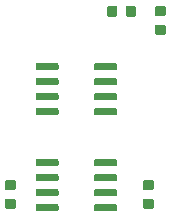
<source format=gbr>
G04 #@! TF.GenerationSoftware,KiCad,Pcbnew,5.1.2*
G04 #@! TF.CreationDate,2019-07-22T09:17:52-04:00*
G04 #@! TF.ProjectId,siot-node-current-clamp,73696f74-2d6e-46f6-9465-2d6375727265,rev?*
G04 #@! TF.SameCoordinates,Original*
G04 #@! TF.FileFunction,Paste,Top*
G04 #@! TF.FilePolarity,Positive*
%FSLAX46Y46*%
G04 Gerber Fmt 4.6, Leading zero omitted, Abs format (unit mm)*
G04 Created by KiCad (PCBNEW 5.1.2) date 2019-07-22 09:17:52*
%MOMM*%
%LPD*%
G04 APERTURE LIST*
%ADD10C,0.100000*%
%ADD11C,0.600000*%
%ADD12C,0.875000*%
G04 APERTURE END LIST*
D10*
G36*
X116728703Y-60025722D02*
G01*
X116743264Y-60027882D01*
X116757543Y-60031459D01*
X116771403Y-60036418D01*
X116784710Y-60042712D01*
X116797336Y-60050280D01*
X116809159Y-60059048D01*
X116820066Y-60068934D01*
X116829952Y-60079841D01*
X116838720Y-60091664D01*
X116846288Y-60104290D01*
X116852582Y-60117597D01*
X116857541Y-60131457D01*
X116861118Y-60145736D01*
X116863278Y-60160297D01*
X116864000Y-60175000D01*
X116864000Y-60475000D01*
X116863278Y-60489703D01*
X116861118Y-60504264D01*
X116857541Y-60518543D01*
X116852582Y-60532403D01*
X116846288Y-60545710D01*
X116838720Y-60558336D01*
X116829952Y-60570159D01*
X116820066Y-60581066D01*
X116809159Y-60590952D01*
X116797336Y-60599720D01*
X116784710Y-60607288D01*
X116771403Y-60613582D01*
X116757543Y-60618541D01*
X116743264Y-60622118D01*
X116728703Y-60624278D01*
X116714000Y-60625000D01*
X115064000Y-60625000D01*
X115049297Y-60624278D01*
X115034736Y-60622118D01*
X115020457Y-60618541D01*
X115006597Y-60613582D01*
X114993290Y-60607288D01*
X114980664Y-60599720D01*
X114968841Y-60590952D01*
X114957934Y-60581066D01*
X114948048Y-60570159D01*
X114939280Y-60558336D01*
X114931712Y-60545710D01*
X114925418Y-60532403D01*
X114920459Y-60518543D01*
X114916882Y-60504264D01*
X114914722Y-60489703D01*
X114914000Y-60475000D01*
X114914000Y-60175000D01*
X114914722Y-60160297D01*
X114916882Y-60145736D01*
X114920459Y-60131457D01*
X114925418Y-60117597D01*
X114931712Y-60104290D01*
X114939280Y-60091664D01*
X114948048Y-60079841D01*
X114957934Y-60068934D01*
X114968841Y-60059048D01*
X114980664Y-60050280D01*
X114993290Y-60042712D01*
X115006597Y-60036418D01*
X115020457Y-60031459D01*
X115034736Y-60027882D01*
X115049297Y-60025722D01*
X115064000Y-60025000D01*
X116714000Y-60025000D01*
X116728703Y-60025722D01*
X116728703Y-60025722D01*
G37*
D11*
X115889000Y-60325000D03*
D10*
G36*
X116728703Y-58755722D02*
G01*
X116743264Y-58757882D01*
X116757543Y-58761459D01*
X116771403Y-58766418D01*
X116784710Y-58772712D01*
X116797336Y-58780280D01*
X116809159Y-58789048D01*
X116820066Y-58798934D01*
X116829952Y-58809841D01*
X116838720Y-58821664D01*
X116846288Y-58834290D01*
X116852582Y-58847597D01*
X116857541Y-58861457D01*
X116861118Y-58875736D01*
X116863278Y-58890297D01*
X116864000Y-58905000D01*
X116864000Y-59205000D01*
X116863278Y-59219703D01*
X116861118Y-59234264D01*
X116857541Y-59248543D01*
X116852582Y-59262403D01*
X116846288Y-59275710D01*
X116838720Y-59288336D01*
X116829952Y-59300159D01*
X116820066Y-59311066D01*
X116809159Y-59320952D01*
X116797336Y-59329720D01*
X116784710Y-59337288D01*
X116771403Y-59343582D01*
X116757543Y-59348541D01*
X116743264Y-59352118D01*
X116728703Y-59354278D01*
X116714000Y-59355000D01*
X115064000Y-59355000D01*
X115049297Y-59354278D01*
X115034736Y-59352118D01*
X115020457Y-59348541D01*
X115006597Y-59343582D01*
X114993290Y-59337288D01*
X114980664Y-59329720D01*
X114968841Y-59320952D01*
X114957934Y-59311066D01*
X114948048Y-59300159D01*
X114939280Y-59288336D01*
X114931712Y-59275710D01*
X114925418Y-59262403D01*
X114920459Y-59248543D01*
X114916882Y-59234264D01*
X114914722Y-59219703D01*
X114914000Y-59205000D01*
X114914000Y-58905000D01*
X114914722Y-58890297D01*
X114916882Y-58875736D01*
X114920459Y-58861457D01*
X114925418Y-58847597D01*
X114931712Y-58834290D01*
X114939280Y-58821664D01*
X114948048Y-58809841D01*
X114957934Y-58798934D01*
X114968841Y-58789048D01*
X114980664Y-58780280D01*
X114993290Y-58772712D01*
X115006597Y-58766418D01*
X115020457Y-58761459D01*
X115034736Y-58757882D01*
X115049297Y-58755722D01*
X115064000Y-58755000D01*
X116714000Y-58755000D01*
X116728703Y-58755722D01*
X116728703Y-58755722D01*
G37*
D11*
X115889000Y-59055000D03*
D10*
G36*
X116728703Y-57485722D02*
G01*
X116743264Y-57487882D01*
X116757543Y-57491459D01*
X116771403Y-57496418D01*
X116784710Y-57502712D01*
X116797336Y-57510280D01*
X116809159Y-57519048D01*
X116820066Y-57528934D01*
X116829952Y-57539841D01*
X116838720Y-57551664D01*
X116846288Y-57564290D01*
X116852582Y-57577597D01*
X116857541Y-57591457D01*
X116861118Y-57605736D01*
X116863278Y-57620297D01*
X116864000Y-57635000D01*
X116864000Y-57935000D01*
X116863278Y-57949703D01*
X116861118Y-57964264D01*
X116857541Y-57978543D01*
X116852582Y-57992403D01*
X116846288Y-58005710D01*
X116838720Y-58018336D01*
X116829952Y-58030159D01*
X116820066Y-58041066D01*
X116809159Y-58050952D01*
X116797336Y-58059720D01*
X116784710Y-58067288D01*
X116771403Y-58073582D01*
X116757543Y-58078541D01*
X116743264Y-58082118D01*
X116728703Y-58084278D01*
X116714000Y-58085000D01*
X115064000Y-58085000D01*
X115049297Y-58084278D01*
X115034736Y-58082118D01*
X115020457Y-58078541D01*
X115006597Y-58073582D01*
X114993290Y-58067288D01*
X114980664Y-58059720D01*
X114968841Y-58050952D01*
X114957934Y-58041066D01*
X114948048Y-58030159D01*
X114939280Y-58018336D01*
X114931712Y-58005710D01*
X114925418Y-57992403D01*
X114920459Y-57978543D01*
X114916882Y-57964264D01*
X114914722Y-57949703D01*
X114914000Y-57935000D01*
X114914000Y-57635000D01*
X114914722Y-57620297D01*
X114916882Y-57605736D01*
X114920459Y-57591457D01*
X114925418Y-57577597D01*
X114931712Y-57564290D01*
X114939280Y-57551664D01*
X114948048Y-57539841D01*
X114957934Y-57528934D01*
X114968841Y-57519048D01*
X114980664Y-57510280D01*
X114993290Y-57502712D01*
X115006597Y-57496418D01*
X115020457Y-57491459D01*
X115034736Y-57487882D01*
X115049297Y-57485722D01*
X115064000Y-57485000D01*
X116714000Y-57485000D01*
X116728703Y-57485722D01*
X116728703Y-57485722D01*
G37*
D11*
X115889000Y-57785000D03*
D10*
G36*
X116728703Y-56215722D02*
G01*
X116743264Y-56217882D01*
X116757543Y-56221459D01*
X116771403Y-56226418D01*
X116784710Y-56232712D01*
X116797336Y-56240280D01*
X116809159Y-56249048D01*
X116820066Y-56258934D01*
X116829952Y-56269841D01*
X116838720Y-56281664D01*
X116846288Y-56294290D01*
X116852582Y-56307597D01*
X116857541Y-56321457D01*
X116861118Y-56335736D01*
X116863278Y-56350297D01*
X116864000Y-56365000D01*
X116864000Y-56665000D01*
X116863278Y-56679703D01*
X116861118Y-56694264D01*
X116857541Y-56708543D01*
X116852582Y-56722403D01*
X116846288Y-56735710D01*
X116838720Y-56748336D01*
X116829952Y-56760159D01*
X116820066Y-56771066D01*
X116809159Y-56780952D01*
X116797336Y-56789720D01*
X116784710Y-56797288D01*
X116771403Y-56803582D01*
X116757543Y-56808541D01*
X116743264Y-56812118D01*
X116728703Y-56814278D01*
X116714000Y-56815000D01*
X115064000Y-56815000D01*
X115049297Y-56814278D01*
X115034736Y-56812118D01*
X115020457Y-56808541D01*
X115006597Y-56803582D01*
X114993290Y-56797288D01*
X114980664Y-56789720D01*
X114968841Y-56780952D01*
X114957934Y-56771066D01*
X114948048Y-56760159D01*
X114939280Y-56748336D01*
X114931712Y-56735710D01*
X114925418Y-56722403D01*
X114920459Y-56708543D01*
X114916882Y-56694264D01*
X114914722Y-56679703D01*
X114914000Y-56665000D01*
X114914000Y-56365000D01*
X114914722Y-56350297D01*
X114916882Y-56335736D01*
X114920459Y-56321457D01*
X114925418Y-56307597D01*
X114931712Y-56294290D01*
X114939280Y-56281664D01*
X114948048Y-56269841D01*
X114957934Y-56258934D01*
X114968841Y-56249048D01*
X114980664Y-56240280D01*
X114993290Y-56232712D01*
X115006597Y-56226418D01*
X115020457Y-56221459D01*
X115034736Y-56217882D01*
X115049297Y-56215722D01*
X115064000Y-56215000D01*
X116714000Y-56215000D01*
X116728703Y-56215722D01*
X116728703Y-56215722D01*
G37*
D11*
X115889000Y-56515000D03*
D10*
G36*
X121678703Y-56215722D02*
G01*
X121693264Y-56217882D01*
X121707543Y-56221459D01*
X121721403Y-56226418D01*
X121734710Y-56232712D01*
X121747336Y-56240280D01*
X121759159Y-56249048D01*
X121770066Y-56258934D01*
X121779952Y-56269841D01*
X121788720Y-56281664D01*
X121796288Y-56294290D01*
X121802582Y-56307597D01*
X121807541Y-56321457D01*
X121811118Y-56335736D01*
X121813278Y-56350297D01*
X121814000Y-56365000D01*
X121814000Y-56665000D01*
X121813278Y-56679703D01*
X121811118Y-56694264D01*
X121807541Y-56708543D01*
X121802582Y-56722403D01*
X121796288Y-56735710D01*
X121788720Y-56748336D01*
X121779952Y-56760159D01*
X121770066Y-56771066D01*
X121759159Y-56780952D01*
X121747336Y-56789720D01*
X121734710Y-56797288D01*
X121721403Y-56803582D01*
X121707543Y-56808541D01*
X121693264Y-56812118D01*
X121678703Y-56814278D01*
X121664000Y-56815000D01*
X120014000Y-56815000D01*
X119999297Y-56814278D01*
X119984736Y-56812118D01*
X119970457Y-56808541D01*
X119956597Y-56803582D01*
X119943290Y-56797288D01*
X119930664Y-56789720D01*
X119918841Y-56780952D01*
X119907934Y-56771066D01*
X119898048Y-56760159D01*
X119889280Y-56748336D01*
X119881712Y-56735710D01*
X119875418Y-56722403D01*
X119870459Y-56708543D01*
X119866882Y-56694264D01*
X119864722Y-56679703D01*
X119864000Y-56665000D01*
X119864000Y-56365000D01*
X119864722Y-56350297D01*
X119866882Y-56335736D01*
X119870459Y-56321457D01*
X119875418Y-56307597D01*
X119881712Y-56294290D01*
X119889280Y-56281664D01*
X119898048Y-56269841D01*
X119907934Y-56258934D01*
X119918841Y-56249048D01*
X119930664Y-56240280D01*
X119943290Y-56232712D01*
X119956597Y-56226418D01*
X119970457Y-56221459D01*
X119984736Y-56217882D01*
X119999297Y-56215722D01*
X120014000Y-56215000D01*
X121664000Y-56215000D01*
X121678703Y-56215722D01*
X121678703Y-56215722D01*
G37*
D11*
X120839000Y-56515000D03*
D10*
G36*
X121678703Y-57485722D02*
G01*
X121693264Y-57487882D01*
X121707543Y-57491459D01*
X121721403Y-57496418D01*
X121734710Y-57502712D01*
X121747336Y-57510280D01*
X121759159Y-57519048D01*
X121770066Y-57528934D01*
X121779952Y-57539841D01*
X121788720Y-57551664D01*
X121796288Y-57564290D01*
X121802582Y-57577597D01*
X121807541Y-57591457D01*
X121811118Y-57605736D01*
X121813278Y-57620297D01*
X121814000Y-57635000D01*
X121814000Y-57935000D01*
X121813278Y-57949703D01*
X121811118Y-57964264D01*
X121807541Y-57978543D01*
X121802582Y-57992403D01*
X121796288Y-58005710D01*
X121788720Y-58018336D01*
X121779952Y-58030159D01*
X121770066Y-58041066D01*
X121759159Y-58050952D01*
X121747336Y-58059720D01*
X121734710Y-58067288D01*
X121721403Y-58073582D01*
X121707543Y-58078541D01*
X121693264Y-58082118D01*
X121678703Y-58084278D01*
X121664000Y-58085000D01*
X120014000Y-58085000D01*
X119999297Y-58084278D01*
X119984736Y-58082118D01*
X119970457Y-58078541D01*
X119956597Y-58073582D01*
X119943290Y-58067288D01*
X119930664Y-58059720D01*
X119918841Y-58050952D01*
X119907934Y-58041066D01*
X119898048Y-58030159D01*
X119889280Y-58018336D01*
X119881712Y-58005710D01*
X119875418Y-57992403D01*
X119870459Y-57978543D01*
X119866882Y-57964264D01*
X119864722Y-57949703D01*
X119864000Y-57935000D01*
X119864000Y-57635000D01*
X119864722Y-57620297D01*
X119866882Y-57605736D01*
X119870459Y-57591457D01*
X119875418Y-57577597D01*
X119881712Y-57564290D01*
X119889280Y-57551664D01*
X119898048Y-57539841D01*
X119907934Y-57528934D01*
X119918841Y-57519048D01*
X119930664Y-57510280D01*
X119943290Y-57502712D01*
X119956597Y-57496418D01*
X119970457Y-57491459D01*
X119984736Y-57487882D01*
X119999297Y-57485722D01*
X120014000Y-57485000D01*
X121664000Y-57485000D01*
X121678703Y-57485722D01*
X121678703Y-57485722D01*
G37*
D11*
X120839000Y-57785000D03*
D10*
G36*
X121678703Y-58755722D02*
G01*
X121693264Y-58757882D01*
X121707543Y-58761459D01*
X121721403Y-58766418D01*
X121734710Y-58772712D01*
X121747336Y-58780280D01*
X121759159Y-58789048D01*
X121770066Y-58798934D01*
X121779952Y-58809841D01*
X121788720Y-58821664D01*
X121796288Y-58834290D01*
X121802582Y-58847597D01*
X121807541Y-58861457D01*
X121811118Y-58875736D01*
X121813278Y-58890297D01*
X121814000Y-58905000D01*
X121814000Y-59205000D01*
X121813278Y-59219703D01*
X121811118Y-59234264D01*
X121807541Y-59248543D01*
X121802582Y-59262403D01*
X121796288Y-59275710D01*
X121788720Y-59288336D01*
X121779952Y-59300159D01*
X121770066Y-59311066D01*
X121759159Y-59320952D01*
X121747336Y-59329720D01*
X121734710Y-59337288D01*
X121721403Y-59343582D01*
X121707543Y-59348541D01*
X121693264Y-59352118D01*
X121678703Y-59354278D01*
X121664000Y-59355000D01*
X120014000Y-59355000D01*
X119999297Y-59354278D01*
X119984736Y-59352118D01*
X119970457Y-59348541D01*
X119956597Y-59343582D01*
X119943290Y-59337288D01*
X119930664Y-59329720D01*
X119918841Y-59320952D01*
X119907934Y-59311066D01*
X119898048Y-59300159D01*
X119889280Y-59288336D01*
X119881712Y-59275710D01*
X119875418Y-59262403D01*
X119870459Y-59248543D01*
X119866882Y-59234264D01*
X119864722Y-59219703D01*
X119864000Y-59205000D01*
X119864000Y-58905000D01*
X119864722Y-58890297D01*
X119866882Y-58875736D01*
X119870459Y-58861457D01*
X119875418Y-58847597D01*
X119881712Y-58834290D01*
X119889280Y-58821664D01*
X119898048Y-58809841D01*
X119907934Y-58798934D01*
X119918841Y-58789048D01*
X119930664Y-58780280D01*
X119943290Y-58772712D01*
X119956597Y-58766418D01*
X119970457Y-58761459D01*
X119984736Y-58757882D01*
X119999297Y-58755722D01*
X120014000Y-58755000D01*
X121664000Y-58755000D01*
X121678703Y-58755722D01*
X121678703Y-58755722D01*
G37*
D11*
X120839000Y-59055000D03*
D10*
G36*
X121678703Y-60025722D02*
G01*
X121693264Y-60027882D01*
X121707543Y-60031459D01*
X121721403Y-60036418D01*
X121734710Y-60042712D01*
X121747336Y-60050280D01*
X121759159Y-60059048D01*
X121770066Y-60068934D01*
X121779952Y-60079841D01*
X121788720Y-60091664D01*
X121796288Y-60104290D01*
X121802582Y-60117597D01*
X121807541Y-60131457D01*
X121811118Y-60145736D01*
X121813278Y-60160297D01*
X121814000Y-60175000D01*
X121814000Y-60475000D01*
X121813278Y-60489703D01*
X121811118Y-60504264D01*
X121807541Y-60518543D01*
X121802582Y-60532403D01*
X121796288Y-60545710D01*
X121788720Y-60558336D01*
X121779952Y-60570159D01*
X121770066Y-60581066D01*
X121759159Y-60590952D01*
X121747336Y-60599720D01*
X121734710Y-60607288D01*
X121721403Y-60613582D01*
X121707543Y-60618541D01*
X121693264Y-60622118D01*
X121678703Y-60624278D01*
X121664000Y-60625000D01*
X120014000Y-60625000D01*
X119999297Y-60624278D01*
X119984736Y-60622118D01*
X119970457Y-60618541D01*
X119956597Y-60613582D01*
X119943290Y-60607288D01*
X119930664Y-60599720D01*
X119918841Y-60590952D01*
X119907934Y-60581066D01*
X119898048Y-60570159D01*
X119889280Y-60558336D01*
X119881712Y-60545710D01*
X119875418Y-60532403D01*
X119870459Y-60518543D01*
X119866882Y-60504264D01*
X119864722Y-60489703D01*
X119864000Y-60475000D01*
X119864000Y-60175000D01*
X119864722Y-60160297D01*
X119866882Y-60145736D01*
X119870459Y-60131457D01*
X119875418Y-60117597D01*
X119881712Y-60104290D01*
X119889280Y-60091664D01*
X119898048Y-60079841D01*
X119907934Y-60068934D01*
X119918841Y-60059048D01*
X119930664Y-60050280D01*
X119943290Y-60042712D01*
X119956597Y-60036418D01*
X119970457Y-60031459D01*
X119984736Y-60027882D01*
X119999297Y-60025722D01*
X120014000Y-60025000D01*
X121664000Y-60025000D01*
X121678703Y-60025722D01*
X121678703Y-60025722D01*
G37*
D11*
X120839000Y-60325000D03*
D10*
G36*
X116728703Y-68153722D02*
G01*
X116743264Y-68155882D01*
X116757543Y-68159459D01*
X116771403Y-68164418D01*
X116784710Y-68170712D01*
X116797336Y-68178280D01*
X116809159Y-68187048D01*
X116820066Y-68196934D01*
X116829952Y-68207841D01*
X116838720Y-68219664D01*
X116846288Y-68232290D01*
X116852582Y-68245597D01*
X116857541Y-68259457D01*
X116861118Y-68273736D01*
X116863278Y-68288297D01*
X116864000Y-68303000D01*
X116864000Y-68603000D01*
X116863278Y-68617703D01*
X116861118Y-68632264D01*
X116857541Y-68646543D01*
X116852582Y-68660403D01*
X116846288Y-68673710D01*
X116838720Y-68686336D01*
X116829952Y-68698159D01*
X116820066Y-68709066D01*
X116809159Y-68718952D01*
X116797336Y-68727720D01*
X116784710Y-68735288D01*
X116771403Y-68741582D01*
X116757543Y-68746541D01*
X116743264Y-68750118D01*
X116728703Y-68752278D01*
X116714000Y-68753000D01*
X115064000Y-68753000D01*
X115049297Y-68752278D01*
X115034736Y-68750118D01*
X115020457Y-68746541D01*
X115006597Y-68741582D01*
X114993290Y-68735288D01*
X114980664Y-68727720D01*
X114968841Y-68718952D01*
X114957934Y-68709066D01*
X114948048Y-68698159D01*
X114939280Y-68686336D01*
X114931712Y-68673710D01*
X114925418Y-68660403D01*
X114920459Y-68646543D01*
X114916882Y-68632264D01*
X114914722Y-68617703D01*
X114914000Y-68603000D01*
X114914000Y-68303000D01*
X114914722Y-68288297D01*
X114916882Y-68273736D01*
X114920459Y-68259457D01*
X114925418Y-68245597D01*
X114931712Y-68232290D01*
X114939280Y-68219664D01*
X114948048Y-68207841D01*
X114957934Y-68196934D01*
X114968841Y-68187048D01*
X114980664Y-68178280D01*
X114993290Y-68170712D01*
X115006597Y-68164418D01*
X115020457Y-68159459D01*
X115034736Y-68155882D01*
X115049297Y-68153722D01*
X115064000Y-68153000D01*
X116714000Y-68153000D01*
X116728703Y-68153722D01*
X116728703Y-68153722D01*
G37*
D11*
X115889000Y-68453000D03*
D10*
G36*
X116728703Y-66883722D02*
G01*
X116743264Y-66885882D01*
X116757543Y-66889459D01*
X116771403Y-66894418D01*
X116784710Y-66900712D01*
X116797336Y-66908280D01*
X116809159Y-66917048D01*
X116820066Y-66926934D01*
X116829952Y-66937841D01*
X116838720Y-66949664D01*
X116846288Y-66962290D01*
X116852582Y-66975597D01*
X116857541Y-66989457D01*
X116861118Y-67003736D01*
X116863278Y-67018297D01*
X116864000Y-67033000D01*
X116864000Y-67333000D01*
X116863278Y-67347703D01*
X116861118Y-67362264D01*
X116857541Y-67376543D01*
X116852582Y-67390403D01*
X116846288Y-67403710D01*
X116838720Y-67416336D01*
X116829952Y-67428159D01*
X116820066Y-67439066D01*
X116809159Y-67448952D01*
X116797336Y-67457720D01*
X116784710Y-67465288D01*
X116771403Y-67471582D01*
X116757543Y-67476541D01*
X116743264Y-67480118D01*
X116728703Y-67482278D01*
X116714000Y-67483000D01*
X115064000Y-67483000D01*
X115049297Y-67482278D01*
X115034736Y-67480118D01*
X115020457Y-67476541D01*
X115006597Y-67471582D01*
X114993290Y-67465288D01*
X114980664Y-67457720D01*
X114968841Y-67448952D01*
X114957934Y-67439066D01*
X114948048Y-67428159D01*
X114939280Y-67416336D01*
X114931712Y-67403710D01*
X114925418Y-67390403D01*
X114920459Y-67376543D01*
X114916882Y-67362264D01*
X114914722Y-67347703D01*
X114914000Y-67333000D01*
X114914000Y-67033000D01*
X114914722Y-67018297D01*
X114916882Y-67003736D01*
X114920459Y-66989457D01*
X114925418Y-66975597D01*
X114931712Y-66962290D01*
X114939280Y-66949664D01*
X114948048Y-66937841D01*
X114957934Y-66926934D01*
X114968841Y-66917048D01*
X114980664Y-66908280D01*
X114993290Y-66900712D01*
X115006597Y-66894418D01*
X115020457Y-66889459D01*
X115034736Y-66885882D01*
X115049297Y-66883722D01*
X115064000Y-66883000D01*
X116714000Y-66883000D01*
X116728703Y-66883722D01*
X116728703Y-66883722D01*
G37*
D11*
X115889000Y-67183000D03*
D10*
G36*
X116728703Y-65613722D02*
G01*
X116743264Y-65615882D01*
X116757543Y-65619459D01*
X116771403Y-65624418D01*
X116784710Y-65630712D01*
X116797336Y-65638280D01*
X116809159Y-65647048D01*
X116820066Y-65656934D01*
X116829952Y-65667841D01*
X116838720Y-65679664D01*
X116846288Y-65692290D01*
X116852582Y-65705597D01*
X116857541Y-65719457D01*
X116861118Y-65733736D01*
X116863278Y-65748297D01*
X116864000Y-65763000D01*
X116864000Y-66063000D01*
X116863278Y-66077703D01*
X116861118Y-66092264D01*
X116857541Y-66106543D01*
X116852582Y-66120403D01*
X116846288Y-66133710D01*
X116838720Y-66146336D01*
X116829952Y-66158159D01*
X116820066Y-66169066D01*
X116809159Y-66178952D01*
X116797336Y-66187720D01*
X116784710Y-66195288D01*
X116771403Y-66201582D01*
X116757543Y-66206541D01*
X116743264Y-66210118D01*
X116728703Y-66212278D01*
X116714000Y-66213000D01*
X115064000Y-66213000D01*
X115049297Y-66212278D01*
X115034736Y-66210118D01*
X115020457Y-66206541D01*
X115006597Y-66201582D01*
X114993290Y-66195288D01*
X114980664Y-66187720D01*
X114968841Y-66178952D01*
X114957934Y-66169066D01*
X114948048Y-66158159D01*
X114939280Y-66146336D01*
X114931712Y-66133710D01*
X114925418Y-66120403D01*
X114920459Y-66106543D01*
X114916882Y-66092264D01*
X114914722Y-66077703D01*
X114914000Y-66063000D01*
X114914000Y-65763000D01*
X114914722Y-65748297D01*
X114916882Y-65733736D01*
X114920459Y-65719457D01*
X114925418Y-65705597D01*
X114931712Y-65692290D01*
X114939280Y-65679664D01*
X114948048Y-65667841D01*
X114957934Y-65656934D01*
X114968841Y-65647048D01*
X114980664Y-65638280D01*
X114993290Y-65630712D01*
X115006597Y-65624418D01*
X115020457Y-65619459D01*
X115034736Y-65615882D01*
X115049297Y-65613722D01*
X115064000Y-65613000D01*
X116714000Y-65613000D01*
X116728703Y-65613722D01*
X116728703Y-65613722D01*
G37*
D11*
X115889000Y-65913000D03*
D10*
G36*
X116728703Y-64343722D02*
G01*
X116743264Y-64345882D01*
X116757543Y-64349459D01*
X116771403Y-64354418D01*
X116784710Y-64360712D01*
X116797336Y-64368280D01*
X116809159Y-64377048D01*
X116820066Y-64386934D01*
X116829952Y-64397841D01*
X116838720Y-64409664D01*
X116846288Y-64422290D01*
X116852582Y-64435597D01*
X116857541Y-64449457D01*
X116861118Y-64463736D01*
X116863278Y-64478297D01*
X116864000Y-64493000D01*
X116864000Y-64793000D01*
X116863278Y-64807703D01*
X116861118Y-64822264D01*
X116857541Y-64836543D01*
X116852582Y-64850403D01*
X116846288Y-64863710D01*
X116838720Y-64876336D01*
X116829952Y-64888159D01*
X116820066Y-64899066D01*
X116809159Y-64908952D01*
X116797336Y-64917720D01*
X116784710Y-64925288D01*
X116771403Y-64931582D01*
X116757543Y-64936541D01*
X116743264Y-64940118D01*
X116728703Y-64942278D01*
X116714000Y-64943000D01*
X115064000Y-64943000D01*
X115049297Y-64942278D01*
X115034736Y-64940118D01*
X115020457Y-64936541D01*
X115006597Y-64931582D01*
X114993290Y-64925288D01*
X114980664Y-64917720D01*
X114968841Y-64908952D01*
X114957934Y-64899066D01*
X114948048Y-64888159D01*
X114939280Y-64876336D01*
X114931712Y-64863710D01*
X114925418Y-64850403D01*
X114920459Y-64836543D01*
X114916882Y-64822264D01*
X114914722Y-64807703D01*
X114914000Y-64793000D01*
X114914000Y-64493000D01*
X114914722Y-64478297D01*
X114916882Y-64463736D01*
X114920459Y-64449457D01*
X114925418Y-64435597D01*
X114931712Y-64422290D01*
X114939280Y-64409664D01*
X114948048Y-64397841D01*
X114957934Y-64386934D01*
X114968841Y-64377048D01*
X114980664Y-64368280D01*
X114993290Y-64360712D01*
X115006597Y-64354418D01*
X115020457Y-64349459D01*
X115034736Y-64345882D01*
X115049297Y-64343722D01*
X115064000Y-64343000D01*
X116714000Y-64343000D01*
X116728703Y-64343722D01*
X116728703Y-64343722D01*
G37*
D11*
X115889000Y-64643000D03*
D10*
G36*
X121678703Y-64343722D02*
G01*
X121693264Y-64345882D01*
X121707543Y-64349459D01*
X121721403Y-64354418D01*
X121734710Y-64360712D01*
X121747336Y-64368280D01*
X121759159Y-64377048D01*
X121770066Y-64386934D01*
X121779952Y-64397841D01*
X121788720Y-64409664D01*
X121796288Y-64422290D01*
X121802582Y-64435597D01*
X121807541Y-64449457D01*
X121811118Y-64463736D01*
X121813278Y-64478297D01*
X121814000Y-64493000D01*
X121814000Y-64793000D01*
X121813278Y-64807703D01*
X121811118Y-64822264D01*
X121807541Y-64836543D01*
X121802582Y-64850403D01*
X121796288Y-64863710D01*
X121788720Y-64876336D01*
X121779952Y-64888159D01*
X121770066Y-64899066D01*
X121759159Y-64908952D01*
X121747336Y-64917720D01*
X121734710Y-64925288D01*
X121721403Y-64931582D01*
X121707543Y-64936541D01*
X121693264Y-64940118D01*
X121678703Y-64942278D01*
X121664000Y-64943000D01*
X120014000Y-64943000D01*
X119999297Y-64942278D01*
X119984736Y-64940118D01*
X119970457Y-64936541D01*
X119956597Y-64931582D01*
X119943290Y-64925288D01*
X119930664Y-64917720D01*
X119918841Y-64908952D01*
X119907934Y-64899066D01*
X119898048Y-64888159D01*
X119889280Y-64876336D01*
X119881712Y-64863710D01*
X119875418Y-64850403D01*
X119870459Y-64836543D01*
X119866882Y-64822264D01*
X119864722Y-64807703D01*
X119864000Y-64793000D01*
X119864000Y-64493000D01*
X119864722Y-64478297D01*
X119866882Y-64463736D01*
X119870459Y-64449457D01*
X119875418Y-64435597D01*
X119881712Y-64422290D01*
X119889280Y-64409664D01*
X119898048Y-64397841D01*
X119907934Y-64386934D01*
X119918841Y-64377048D01*
X119930664Y-64368280D01*
X119943290Y-64360712D01*
X119956597Y-64354418D01*
X119970457Y-64349459D01*
X119984736Y-64345882D01*
X119999297Y-64343722D01*
X120014000Y-64343000D01*
X121664000Y-64343000D01*
X121678703Y-64343722D01*
X121678703Y-64343722D01*
G37*
D11*
X120839000Y-64643000D03*
D10*
G36*
X121678703Y-65613722D02*
G01*
X121693264Y-65615882D01*
X121707543Y-65619459D01*
X121721403Y-65624418D01*
X121734710Y-65630712D01*
X121747336Y-65638280D01*
X121759159Y-65647048D01*
X121770066Y-65656934D01*
X121779952Y-65667841D01*
X121788720Y-65679664D01*
X121796288Y-65692290D01*
X121802582Y-65705597D01*
X121807541Y-65719457D01*
X121811118Y-65733736D01*
X121813278Y-65748297D01*
X121814000Y-65763000D01*
X121814000Y-66063000D01*
X121813278Y-66077703D01*
X121811118Y-66092264D01*
X121807541Y-66106543D01*
X121802582Y-66120403D01*
X121796288Y-66133710D01*
X121788720Y-66146336D01*
X121779952Y-66158159D01*
X121770066Y-66169066D01*
X121759159Y-66178952D01*
X121747336Y-66187720D01*
X121734710Y-66195288D01*
X121721403Y-66201582D01*
X121707543Y-66206541D01*
X121693264Y-66210118D01*
X121678703Y-66212278D01*
X121664000Y-66213000D01*
X120014000Y-66213000D01*
X119999297Y-66212278D01*
X119984736Y-66210118D01*
X119970457Y-66206541D01*
X119956597Y-66201582D01*
X119943290Y-66195288D01*
X119930664Y-66187720D01*
X119918841Y-66178952D01*
X119907934Y-66169066D01*
X119898048Y-66158159D01*
X119889280Y-66146336D01*
X119881712Y-66133710D01*
X119875418Y-66120403D01*
X119870459Y-66106543D01*
X119866882Y-66092264D01*
X119864722Y-66077703D01*
X119864000Y-66063000D01*
X119864000Y-65763000D01*
X119864722Y-65748297D01*
X119866882Y-65733736D01*
X119870459Y-65719457D01*
X119875418Y-65705597D01*
X119881712Y-65692290D01*
X119889280Y-65679664D01*
X119898048Y-65667841D01*
X119907934Y-65656934D01*
X119918841Y-65647048D01*
X119930664Y-65638280D01*
X119943290Y-65630712D01*
X119956597Y-65624418D01*
X119970457Y-65619459D01*
X119984736Y-65615882D01*
X119999297Y-65613722D01*
X120014000Y-65613000D01*
X121664000Y-65613000D01*
X121678703Y-65613722D01*
X121678703Y-65613722D01*
G37*
D11*
X120839000Y-65913000D03*
D10*
G36*
X121678703Y-66883722D02*
G01*
X121693264Y-66885882D01*
X121707543Y-66889459D01*
X121721403Y-66894418D01*
X121734710Y-66900712D01*
X121747336Y-66908280D01*
X121759159Y-66917048D01*
X121770066Y-66926934D01*
X121779952Y-66937841D01*
X121788720Y-66949664D01*
X121796288Y-66962290D01*
X121802582Y-66975597D01*
X121807541Y-66989457D01*
X121811118Y-67003736D01*
X121813278Y-67018297D01*
X121814000Y-67033000D01*
X121814000Y-67333000D01*
X121813278Y-67347703D01*
X121811118Y-67362264D01*
X121807541Y-67376543D01*
X121802582Y-67390403D01*
X121796288Y-67403710D01*
X121788720Y-67416336D01*
X121779952Y-67428159D01*
X121770066Y-67439066D01*
X121759159Y-67448952D01*
X121747336Y-67457720D01*
X121734710Y-67465288D01*
X121721403Y-67471582D01*
X121707543Y-67476541D01*
X121693264Y-67480118D01*
X121678703Y-67482278D01*
X121664000Y-67483000D01*
X120014000Y-67483000D01*
X119999297Y-67482278D01*
X119984736Y-67480118D01*
X119970457Y-67476541D01*
X119956597Y-67471582D01*
X119943290Y-67465288D01*
X119930664Y-67457720D01*
X119918841Y-67448952D01*
X119907934Y-67439066D01*
X119898048Y-67428159D01*
X119889280Y-67416336D01*
X119881712Y-67403710D01*
X119875418Y-67390403D01*
X119870459Y-67376543D01*
X119866882Y-67362264D01*
X119864722Y-67347703D01*
X119864000Y-67333000D01*
X119864000Y-67033000D01*
X119864722Y-67018297D01*
X119866882Y-67003736D01*
X119870459Y-66989457D01*
X119875418Y-66975597D01*
X119881712Y-66962290D01*
X119889280Y-66949664D01*
X119898048Y-66937841D01*
X119907934Y-66926934D01*
X119918841Y-66917048D01*
X119930664Y-66908280D01*
X119943290Y-66900712D01*
X119956597Y-66894418D01*
X119970457Y-66889459D01*
X119984736Y-66885882D01*
X119999297Y-66883722D01*
X120014000Y-66883000D01*
X121664000Y-66883000D01*
X121678703Y-66883722D01*
X121678703Y-66883722D01*
G37*
D11*
X120839000Y-67183000D03*
D10*
G36*
X121678703Y-68153722D02*
G01*
X121693264Y-68155882D01*
X121707543Y-68159459D01*
X121721403Y-68164418D01*
X121734710Y-68170712D01*
X121747336Y-68178280D01*
X121759159Y-68187048D01*
X121770066Y-68196934D01*
X121779952Y-68207841D01*
X121788720Y-68219664D01*
X121796288Y-68232290D01*
X121802582Y-68245597D01*
X121807541Y-68259457D01*
X121811118Y-68273736D01*
X121813278Y-68288297D01*
X121814000Y-68303000D01*
X121814000Y-68603000D01*
X121813278Y-68617703D01*
X121811118Y-68632264D01*
X121807541Y-68646543D01*
X121802582Y-68660403D01*
X121796288Y-68673710D01*
X121788720Y-68686336D01*
X121779952Y-68698159D01*
X121770066Y-68709066D01*
X121759159Y-68718952D01*
X121747336Y-68727720D01*
X121734710Y-68735288D01*
X121721403Y-68741582D01*
X121707543Y-68746541D01*
X121693264Y-68750118D01*
X121678703Y-68752278D01*
X121664000Y-68753000D01*
X120014000Y-68753000D01*
X119999297Y-68752278D01*
X119984736Y-68750118D01*
X119970457Y-68746541D01*
X119956597Y-68741582D01*
X119943290Y-68735288D01*
X119930664Y-68727720D01*
X119918841Y-68718952D01*
X119907934Y-68709066D01*
X119898048Y-68698159D01*
X119889280Y-68686336D01*
X119881712Y-68673710D01*
X119875418Y-68660403D01*
X119870459Y-68646543D01*
X119866882Y-68632264D01*
X119864722Y-68617703D01*
X119864000Y-68603000D01*
X119864000Y-68303000D01*
X119864722Y-68288297D01*
X119866882Y-68273736D01*
X119870459Y-68259457D01*
X119875418Y-68245597D01*
X119881712Y-68232290D01*
X119889280Y-68219664D01*
X119898048Y-68207841D01*
X119907934Y-68196934D01*
X119918841Y-68187048D01*
X119930664Y-68178280D01*
X119943290Y-68170712D01*
X119956597Y-68164418D01*
X119970457Y-68159459D01*
X119984736Y-68155882D01*
X119999297Y-68153722D01*
X120014000Y-68153000D01*
X121664000Y-68153000D01*
X121678703Y-68153722D01*
X121678703Y-68153722D01*
G37*
D11*
X120839000Y-68453000D03*
D10*
G36*
X121652191Y-51342053D02*
G01*
X121673426Y-51345203D01*
X121694250Y-51350419D01*
X121714462Y-51357651D01*
X121733868Y-51366830D01*
X121752281Y-51377866D01*
X121769524Y-51390654D01*
X121785430Y-51405070D01*
X121799846Y-51420976D01*
X121812634Y-51438219D01*
X121823670Y-51456632D01*
X121832849Y-51476038D01*
X121840081Y-51496250D01*
X121845297Y-51517074D01*
X121848447Y-51538309D01*
X121849500Y-51559750D01*
X121849500Y-52072250D01*
X121848447Y-52093691D01*
X121845297Y-52114926D01*
X121840081Y-52135750D01*
X121832849Y-52155962D01*
X121823670Y-52175368D01*
X121812634Y-52193781D01*
X121799846Y-52211024D01*
X121785430Y-52226930D01*
X121769524Y-52241346D01*
X121752281Y-52254134D01*
X121733868Y-52265170D01*
X121714462Y-52274349D01*
X121694250Y-52281581D01*
X121673426Y-52286797D01*
X121652191Y-52289947D01*
X121630750Y-52291000D01*
X121193250Y-52291000D01*
X121171809Y-52289947D01*
X121150574Y-52286797D01*
X121129750Y-52281581D01*
X121109538Y-52274349D01*
X121090132Y-52265170D01*
X121071719Y-52254134D01*
X121054476Y-52241346D01*
X121038570Y-52226930D01*
X121024154Y-52211024D01*
X121011366Y-52193781D01*
X121000330Y-52175368D01*
X120991151Y-52155962D01*
X120983919Y-52135750D01*
X120978703Y-52114926D01*
X120975553Y-52093691D01*
X120974500Y-52072250D01*
X120974500Y-51559750D01*
X120975553Y-51538309D01*
X120978703Y-51517074D01*
X120983919Y-51496250D01*
X120991151Y-51476038D01*
X121000330Y-51456632D01*
X121011366Y-51438219D01*
X121024154Y-51420976D01*
X121038570Y-51405070D01*
X121054476Y-51390654D01*
X121071719Y-51377866D01*
X121090132Y-51366830D01*
X121109538Y-51357651D01*
X121129750Y-51350419D01*
X121150574Y-51345203D01*
X121171809Y-51342053D01*
X121193250Y-51341000D01*
X121630750Y-51341000D01*
X121652191Y-51342053D01*
X121652191Y-51342053D01*
G37*
D12*
X121412000Y-51816000D03*
D10*
G36*
X123227191Y-51342053D02*
G01*
X123248426Y-51345203D01*
X123269250Y-51350419D01*
X123289462Y-51357651D01*
X123308868Y-51366830D01*
X123327281Y-51377866D01*
X123344524Y-51390654D01*
X123360430Y-51405070D01*
X123374846Y-51420976D01*
X123387634Y-51438219D01*
X123398670Y-51456632D01*
X123407849Y-51476038D01*
X123415081Y-51496250D01*
X123420297Y-51517074D01*
X123423447Y-51538309D01*
X123424500Y-51559750D01*
X123424500Y-52072250D01*
X123423447Y-52093691D01*
X123420297Y-52114926D01*
X123415081Y-52135750D01*
X123407849Y-52155962D01*
X123398670Y-52175368D01*
X123387634Y-52193781D01*
X123374846Y-52211024D01*
X123360430Y-52226930D01*
X123344524Y-52241346D01*
X123327281Y-52254134D01*
X123308868Y-52265170D01*
X123289462Y-52274349D01*
X123269250Y-52281581D01*
X123248426Y-52286797D01*
X123227191Y-52289947D01*
X123205750Y-52291000D01*
X122768250Y-52291000D01*
X122746809Y-52289947D01*
X122725574Y-52286797D01*
X122704750Y-52281581D01*
X122684538Y-52274349D01*
X122665132Y-52265170D01*
X122646719Y-52254134D01*
X122629476Y-52241346D01*
X122613570Y-52226930D01*
X122599154Y-52211024D01*
X122586366Y-52193781D01*
X122575330Y-52175368D01*
X122566151Y-52155962D01*
X122558919Y-52135750D01*
X122553703Y-52114926D01*
X122550553Y-52093691D01*
X122549500Y-52072250D01*
X122549500Y-51559750D01*
X122550553Y-51538309D01*
X122553703Y-51517074D01*
X122558919Y-51496250D01*
X122566151Y-51476038D01*
X122575330Y-51456632D01*
X122586366Y-51438219D01*
X122599154Y-51420976D01*
X122613570Y-51405070D01*
X122629476Y-51390654D01*
X122646719Y-51377866D01*
X122665132Y-51366830D01*
X122684538Y-51357651D01*
X122704750Y-51350419D01*
X122725574Y-51345203D01*
X122746809Y-51342053D01*
X122768250Y-51341000D01*
X123205750Y-51341000D01*
X123227191Y-51342053D01*
X123227191Y-51342053D01*
G37*
D12*
X122987000Y-51816000D03*
D10*
G36*
X124737691Y-66111553D02*
G01*
X124758926Y-66114703D01*
X124779750Y-66119919D01*
X124799962Y-66127151D01*
X124819368Y-66136330D01*
X124837781Y-66147366D01*
X124855024Y-66160154D01*
X124870930Y-66174570D01*
X124885346Y-66190476D01*
X124898134Y-66207719D01*
X124909170Y-66226132D01*
X124918349Y-66245538D01*
X124925581Y-66265750D01*
X124930797Y-66286574D01*
X124933947Y-66307809D01*
X124935000Y-66329250D01*
X124935000Y-66766750D01*
X124933947Y-66788191D01*
X124930797Y-66809426D01*
X124925581Y-66830250D01*
X124918349Y-66850462D01*
X124909170Y-66869868D01*
X124898134Y-66888281D01*
X124885346Y-66905524D01*
X124870930Y-66921430D01*
X124855024Y-66935846D01*
X124837781Y-66948634D01*
X124819368Y-66959670D01*
X124799962Y-66968849D01*
X124779750Y-66976081D01*
X124758926Y-66981297D01*
X124737691Y-66984447D01*
X124716250Y-66985500D01*
X124203750Y-66985500D01*
X124182309Y-66984447D01*
X124161074Y-66981297D01*
X124140250Y-66976081D01*
X124120038Y-66968849D01*
X124100632Y-66959670D01*
X124082219Y-66948634D01*
X124064976Y-66935846D01*
X124049070Y-66921430D01*
X124034654Y-66905524D01*
X124021866Y-66888281D01*
X124010830Y-66869868D01*
X124001651Y-66850462D01*
X123994419Y-66830250D01*
X123989203Y-66809426D01*
X123986053Y-66788191D01*
X123985000Y-66766750D01*
X123985000Y-66329250D01*
X123986053Y-66307809D01*
X123989203Y-66286574D01*
X123994419Y-66265750D01*
X124001651Y-66245538D01*
X124010830Y-66226132D01*
X124021866Y-66207719D01*
X124034654Y-66190476D01*
X124049070Y-66174570D01*
X124064976Y-66160154D01*
X124082219Y-66147366D01*
X124100632Y-66136330D01*
X124120038Y-66127151D01*
X124140250Y-66119919D01*
X124161074Y-66114703D01*
X124182309Y-66111553D01*
X124203750Y-66110500D01*
X124716250Y-66110500D01*
X124737691Y-66111553D01*
X124737691Y-66111553D01*
G37*
D12*
X124460000Y-66548000D03*
D10*
G36*
X124737691Y-67686553D02*
G01*
X124758926Y-67689703D01*
X124779750Y-67694919D01*
X124799962Y-67702151D01*
X124819368Y-67711330D01*
X124837781Y-67722366D01*
X124855024Y-67735154D01*
X124870930Y-67749570D01*
X124885346Y-67765476D01*
X124898134Y-67782719D01*
X124909170Y-67801132D01*
X124918349Y-67820538D01*
X124925581Y-67840750D01*
X124930797Y-67861574D01*
X124933947Y-67882809D01*
X124935000Y-67904250D01*
X124935000Y-68341750D01*
X124933947Y-68363191D01*
X124930797Y-68384426D01*
X124925581Y-68405250D01*
X124918349Y-68425462D01*
X124909170Y-68444868D01*
X124898134Y-68463281D01*
X124885346Y-68480524D01*
X124870930Y-68496430D01*
X124855024Y-68510846D01*
X124837781Y-68523634D01*
X124819368Y-68534670D01*
X124799962Y-68543849D01*
X124779750Y-68551081D01*
X124758926Y-68556297D01*
X124737691Y-68559447D01*
X124716250Y-68560500D01*
X124203750Y-68560500D01*
X124182309Y-68559447D01*
X124161074Y-68556297D01*
X124140250Y-68551081D01*
X124120038Y-68543849D01*
X124100632Y-68534670D01*
X124082219Y-68523634D01*
X124064976Y-68510846D01*
X124049070Y-68496430D01*
X124034654Y-68480524D01*
X124021866Y-68463281D01*
X124010830Y-68444868D01*
X124001651Y-68425462D01*
X123994419Y-68405250D01*
X123989203Y-68384426D01*
X123986053Y-68363191D01*
X123985000Y-68341750D01*
X123985000Y-67904250D01*
X123986053Y-67882809D01*
X123989203Y-67861574D01*
X123994419Y-67840750D01*
X124001651Y-67820538D01*
X124010830Y-67801132D01*
X124021866Y-67782719D01*
X124034654Y-67765476D01*
X124049070Y-67749570D01*
X124064976Y-67735154D01*
X124082219Y-67722366D01*
X124100632Y-67711330D01*
X124120038Y-67702151D01*
X124140250Y-67694919D01*
X124161074Y-67689703D01*
X124182309Y-67686553D01*
X124203750Y-67685500D01*
X124716250Y-67685500D01*
X124737691Y-67686553D01*
X124737691Y-67686553D01*
G37*
D12*
X124460000Y-68123000D03*
D10*
G36*
X113053691Y-66111553D02*
G01*
X113074926Y-66114703D01*
X113095750Y-66119919D01*
X113115962Y-66127151D01*
X113135368Y-66136330D01*
X113153781Y-66147366D01*
X113171024Y-66160154D01*
X113186930Y-66174570D01*
X113201346Y-66190476D01*
X113214134Y-66207719D01*
X113225170Y-66226132D01*
X113234349Y-66245538D01*
X113241581Y-66265750D01*
X113246797Y-66286574D01*
X113249947Y-66307809D01*
X113251000Y-66329250D01*
X113251000Y-66766750D01*
X113249947Y-66788191D01*
X113246797Y-66809426D01*
X113241581Y-66830250D01*
X113234349Y-66850462D01*
X113225170Y-66869868D01*
X113214134Y-66888281D01*
X113201346Y-66905524D01*
X113186930Y-66921430D01*
X113171024Y-66935846D01*
X113153781Y-66948634D01*
X113135368Y-66959670D01*
X113115962Y-66968849D01*
X113095750Y-66976081D01*
X113074926Y-66981297D01*
X113053691Y-66984447D01*
X113032250Y-66985500D01*
X112519750Y-66985500D01*
X112498309Y-66984447D01*
X112477074Y-66981297D01*
X112456250Y-66976081D01*
X112436038Y-66968849D01*
X112416632Y-66959670D01*
X112398219Y-66948634D01*
X112380976Y-66935846D01*
X112365070Y-66921430D01*
X112350654Y-66905524D01*
X112337866Y-66888281D01*
X112326830Y-66869868D01*
X112317651Y-66850462D01*
X112310419Y-66830250D01*
X112305203Y-66809426D01*
X112302053Y-66788191D01*
X112301000Y-66766750D01*
X112301000Y-66329250D01*
X112302053Y-66307809D01*
X112305203Y-66286574D01*
X112310419Y-66265750D01*
X112317651Y-66245538D01*
X112326830Y-66226132D01*
X112337866Y-66207719D01*
X112350654Y-66190476D01*
X112365070Y-66174570D01*
X112380976Y-66160154D01*
X112398219Y-66147366D01*
X112416632Y-66136330D01*
X112436038Y-66127151D01*
X112456250Y-66119919D01*
X112477074Y-66114703D01*
X112498309Y-66111553D01*
X112519750Y-66110500D01*
X113032250Y-66110500D01*
X113053691Y-66111553D01*
X113053691Y-66111553D01*
G37*
D12*
X112776000Y-66548000D03*
D10*
G36*
X113053691Y-67686553D02*
G01*
X113074926Y-67689703D01*
X113095750Y-67694919D01*
X113115962Y-67702151D01*
X113135368Y-67711330D01*
X113153781Y-67722366D01*
X113171024Y-67735154D01*
X113186930Y-67749570D01*
X113201346Y-67765476D01*
X113214134Y-67782719D01*
X113225170Y-67801132D01*
X113234349Y-67820538D01*
X113241581Y-67840750D01*
X113246797Y-67861574D01*
X113249947Y-67882809D01*
X113251000Y-67904250D01*
X113251000Y-68341750D01*
X113249947Y-68363191D01*
X113246797Y-68384426D01*
X113241581Y-68405250D01*
X113234349Y-68425462D01*
X113225170Y-68444868D01*
X113214134Y-68463281D01*
X113201346Y-68480524D01*
X113186930Y-68496430D01*
X113171024Y-68510846D01*
X113153781Y-68523634D01*
X113135368Y-68534670D01*
X113115962Y-68543849D01*
X113095750Y-68551081D01*
X113074926Y-68556297D01*
X113053691Y-68559447D01*
X113032250Y-68560500D01*
X112519750Y-68560500D01*
X112498309Y-68559447D01*
X112477074Y-68556297D01*
X112456250Y-68551081D01*
X112436038Y-68543849D01*
X112416632Y-68534670D01*
X112398219Y-68523634D01*
X112380976Y-68510846D01*
X112365070Y-68496430D01*
X112350654Y-68480524D01*
X112337866Y-68463281D01*
X112326830Y-68444868D01*
X112317651Y-68425462D01*
X112310419Y-68405250D01*
X112305203Y-68384426D01*
X112302053Y-68363191D01*
X112301000Y-68341750D01*
X112301000Y-67904250D01*
X112302053Y-67882809D01*
X112305203Y-67861574D01*
X112310419Y-67840750D01*
X112317651Y-67820538D01*
X112326830Y-67801132D01*
X112337866Y-67782719D01*
X112350654Y-67765476D01*
X112365070Y-67749570D01*
X112380976Y-67735154D01*
X112398219Y-67722366D01*
X112416632Y-67711330D01*
X112436038Y-67702151D01*
X112456250Y-67694919D01*
X112477074Y-67689703D01*
X112498309Y-67686553D01*
X112519750Y-67685500D01*
X113032250Y-67685500D01*
X113053691Y-67686553D01*
X113053691Y-67686553D01*
G37*
D12*
X112776000Y-68123000D03*
D10*
G36*
X125753691Y-52954553D02*
G01*
X125774926Y-52957703D01*
X125795750Y-52962919D01*
X125815962Y-52970151D01*
X125835368Y-52979330D01*
X125853781Y-52990366D01*
X125871024Y-53003154D01*
X125886930Y-53017570D01*
X125901346Y-53033476D01*
X125914134Y-53050719D01*
X125925170Y-53069132D01*
X125934349Y-53088538D01*
X125941581Y-53108750D01*
X125946797Y-53129574D01*
X125949947Y-53150809D01*
X125951000Y-53172250D01*
X125951000Y-53609750D01*
X125949947Y-53631191D01*
X125946797Y-53652426D01*
X125941581Y-53673250D01*
X125934349Y-53693462D01*
X125925170Y-53712868D01*
X125914134Y-53731281D01*
X125901346Y-53748524D01*
X125886930Y-53764430D01*
X125871024Y-53778846D01*
X125853781Y-53791634D01*
X125835368Y-53802670D01*
X125815962Y-53811849D01*
X125795750Y-53819081D01*
X125774926Y-53824297D01*
X125753691Y-53827447D01*
X125732250Y-53828500D01*
X125219750Y-53828500D01*
X125198309Y-53827447D01*
X125177074Y-53824297D01*
X125156250Y-53819081D01*
X125136038Y-53811849D01*
X125116632Y-53802670D01*
X125098219Y-53791634D01*
X125080976Y-53778846D01*
X125065070Y-53764430D01*
X125050654Y-53748524D01*
X125037866Y-53731281D01*
X125026830Y-53712868D01*
X125017651Y-53693462D01*
X125010419Y-53673250D01*
X125005203Y-53652426D01*
X125002053Y-53631191D01*
X125001000Y-53609750D01*
X125001000Y-53172250D01*
X125002053Y-53150809D01*
X125005203Y-53129574D01*
X125010419Y-53108750D01*
X125017651Y-53088538D01*
X125026830Y-53069132D01*
X125037866Y-53050719D01*
X125050654Y-53033476D01*
X125065070Y-53017570D01*
X125080976Y-53003154D01*
X125098219Y-52990366D01*
X125116632Y-52979330D01*
X125136038Y-52970151D01*
X125156250Y-52962919D01*
X125177074Y-52957703D01*
X125198309Y-52954553D01*
X125219750Y-52953500D01*
X125732250Y-52953500D01*
X125753691Y-52954553D01*
X125753691Y-52954553D01*
G37*
D12*
X125476000Y-53391000D03*
D10*
G36*
X125753691Y-51379553D02*
G01*
X125774926Y-51382703D01*
X125795750Y-51387919D01*
X125815962Y-51395151D01*
X125835368Y-51404330D01*
X125853781Y-51415366D01*
X125871024Y-51428154D01*
X125886930Y-51442570D01*
X125901346Y-51458476D01*
X125914134Y-51475719D01*
X125925170Y-51494132D01*
X125934349Y-51513538D01*
X125941581Y-51533750D01*
X125946797Y-51554574D01*
X125949947Y-51575809D01*
X125951000Y-51597250D01*
X125951000Y-52034750D01*
X125949947Y-52056191D01*
X125946797Y-52077426D01*
X125941581Y-52098250D01*
X125934349Y-52118462D01*
X125925170Y-52137868D01*
X125914134Y-52156281D01*
X125901346Y-52173524D01*
X125886930Y-52189430D01*
X125871024Y-52203846D01*
X125853781Y-52216634D01*
X125835368Y-52227670D01*
X125815962Y-52236849D01*
X125795750Y-52244081D01*
X125774926Y-52249297D01*
X125753691Y-52252447D01*
X125732250Y-52253500D01*
X125219750Y-52253500D01*
X125198309Y-52252447D01*
X125177074Y-52249297D01*
X125156250Y-52244081D01*
X125136038Y-52236849D01*
X125116632Y-52227670D01*
X125098219Y-52216634D01*
X125080976Y-52203846D01*
X125065070Y-52189430D01*
X125050654Y-52173524D01*
X125037866Y-52156281D01*
X125026830Y-52137868D01*
X125017651Y-52118462D01*
X125010419Y-52098250D01*
X125005203Y-52077426D01*
X125002053Y-52056191D01*
X125001000Y-52034750D01*
X125001000Y-51597250D01*
X125002053Y-51575809D01*
X125005203Y-51554574D01*
X125010419Y-51533750D01*
X125017651Y-51513538D01*
X125026830Y-51494132D01*
X125037866Y-51475719D01*
X125050654Y-51458476D01*
X125065070Y-51442570D01*
X125080976Y-51428154D01*
X125098219Y-51415366D01*
X125116632Y-51404330D01*
X125136038Y-51395151D01*
X125156250Y-51387919D01*
X125177074Y-51382703D01*
X125198309Y-51379553D01*
X125219750Y-51378500D01*
X125732250Y-51378500D01*
X125753691Y-51379553D01*
X125753691Y-51379553D01*
G37*
D12*
X125476000Y-51816000D03*
M02*

</source>
